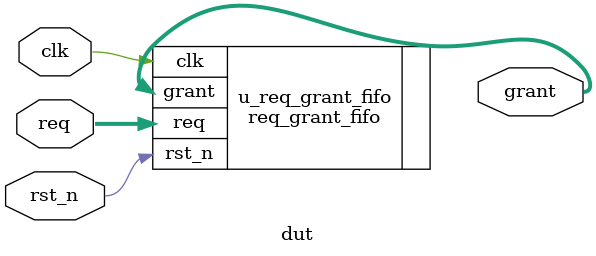
<source format=sv>
`timescale 1us/100ns
module dut(
    input logic clk, 
    input logic rst_n,
    input logic [3:0] req,
    output logic [3:0] grant
);

    req_grant_fifo #(
        .NUM_CLIENTS(4)
    ) u_req_grant_fifo (
        .clk(clk),
        .rst_n(rst_n),
        .req(req),
        .grant(grant)
    );

endmodule
</source>
